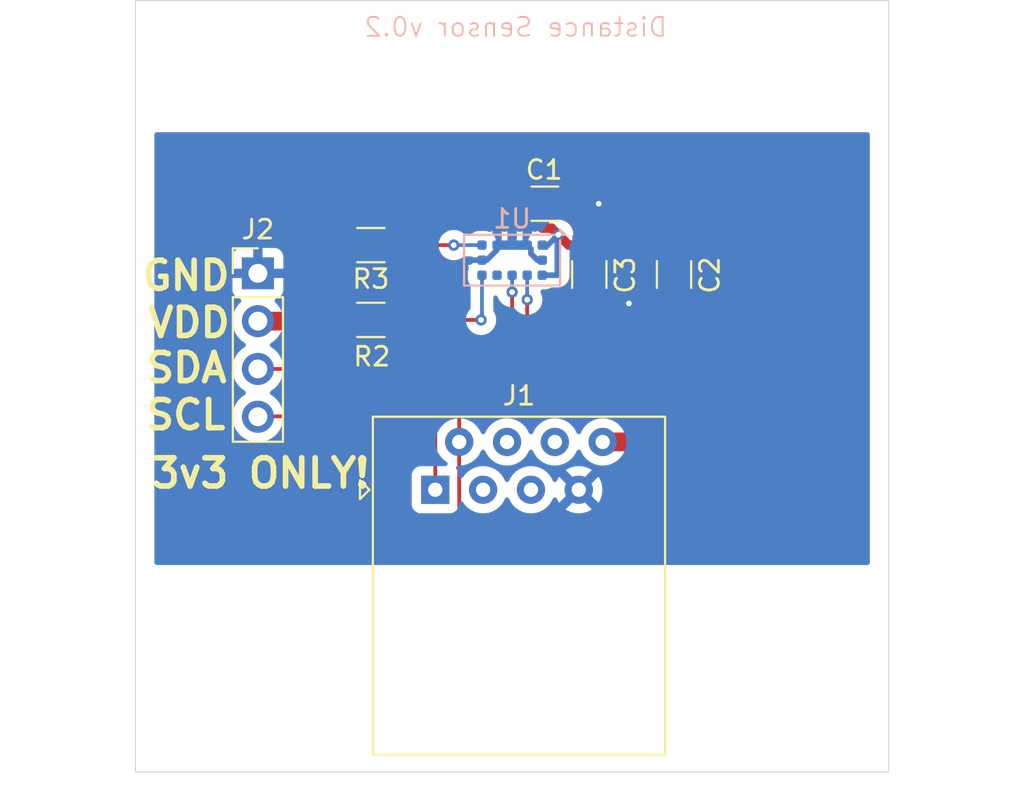
<source format=kicad_pcb>
(kicad_pcb (version 20241229) (generator "pcbnew") (generator_version "9.0")
  (layers (0 "F.Cu" signal) (2 "B.Cu" signal) (13 "F.Paste" user) (15 "B.Paste" user) (5 "F.SilkS" user "F.Silkscreen") (7 "B.SilkS" user "B.Silkscreen") (1 "F.Mask" user) (3 "B.Mask" user) (25 "Edge.Cuts" user))
  (net 0 "")
  (net 1 "GND")
  (net 2 "VDD")
  (net 3 "Net-(U1-GPIO1)")
  (net 4 "Net-(U1-XSHUT)")
  (net 6 "Net-SDA")
  (net 7 "Net-SCL")
  (footprint "Connector_RJ:RJ45_Amphenol_54602-x08_Horizontal" (layer "F.Cu") (at 115.92 135)
    (property "Reference" "J1" (at 4.445 -5 0) (layer "F.SilkS"))
    (property "Value" "RJ45")
    (fp_line (start -4 -0.5) (end -4 0.5) (stroke (width 0.12)) (layer "F.SilkS"))
    (fp_line (start -4 0.5) (end -3.5 0) (stroke (width 0.12)) (layer "F.SilkS"))
    (fp_line (start -3.5 0) (end -4 -0.5) (stroke (width 0.12)) (layer "F.SilkS"))
    (fp_line (start -3.315 -3.88) (end -3.315 14.08) (stroke (width 0.12)) (layer "F.SilkS"))
    (fp_line (start -3.315 14.08) (end 12.205 14.08) (stroke (width 0.12)) (layer "F.SilkS"))
    (fp_line (start 12.205 -3.88) (end -3.315 -3.88) (stroke (width 0.12)) (layer "F.SilkS"))
    (fp_line (start 12.205 -3.88) (end 12.205 14.08) (stroke (width 0.12)) (layer "F.SilkS"))
    (pad "" np_thru_hole circle (at -1.27 6.35) (size 3.2 3.2) (drill 3.2) (layers "*.Cu" "*.Mask"))
    (pad "" np_thru_hole circle (at 10.16 6.35) (size 3.2 3.2) (drill 3.2) (layers "*.Cu" "*.Mask"))
    (pad "1" thru_hole rect (at 0 0) (size 1.5 1.5) (drill 0.76) (layers "*.Cu" "*.Mask") (net 7 "Net-SCL"))
    (pad "2" thru_hole circle (at 1.27 -2.54) (size 1.5 1.5) (drill 0.76) (layers "*.Cu" "*.Mask") (net 6 "Net-SDA"))
    (pad "3" thru_hole circle (at 2.54 0) (size 1.5 1.5) (drill 0.76) (layers "*.Cu" "*.Mask"))
    (pad "4" thru_hole circle (at 3.81 -2.54) (size 1.5 1.5) (drill 0.76) (layers "*.Cu" "*.Mask"))
    (pad "5" thru_hole circle (at 5.08 0) (size 1.5 1.5) (drill 0.76) (layers "*.Cu" "*.Mask"))
    (pad "6" thru_hole circle (at 6.35 -2.54) (size 1.5 1.5) (drill 0.76) (layers "*.Cu" "*.Mask"))
    (pad "7" thru_hole circle (at 7.62 0) (size 1.5 1.5) (drill 0.76) (layers "*.Cu" "*.Mask") (net 1 "GND"))
    (pad "8" thru_hole circle (at 8.89 -2.54) (size 1.5 1.5) (drill 0.76) (layers "*.Cu" "*.Mask") (net 2 "VDD"))
  )
  (footprint "Capacitor_SMD:C_1206_3216Metric_Pad1.33x1.80mm_HandSolder" (layer "F.Cu") (at 124.1 123.5625 -90)
    (property "Reference" "C3" (at 0.0375 -1.9 90) (layer "F.SilkS"))
    (property "Value" "100nF")
    (fp_line (start -0.711252 0.91) (end 0.711252 0.91) (stroke (width 0.12)) (layer "F.SilkS"))
    (fp_line (start -0.711252 -0.91) (end 0.711252 -0.91) (stroke (width 0.12)) (layer "F.SilkS"))
    (pad "1" smd roundrect (at -1.5625 0 270) (size 1.325 1.8) (layers "F.Cu" "F.Mask" "F.Paste") (roundrect_rratio 0.188679) (net 2 "VDD"))
    (pad "2" smd roundrect (at 1.5625 0 270) (size 1.325 1.8) (layers "F.Cu" "F.Mask" "F.Paste") (roundrect_rratio 0.188679) (net 1 "GND"))
  )
  (footprint "MountingHole:MountingHole_2.7mm_M2.5" (layer "F.Cu") (at 137 147)
    (property "Reference" "REF**" (hide yes))
    (property "Value" "MountingHole_2.7mm_M2.5")
    (pad "" np_thru_hole circle (at 0 0) (size 2.7 2.7) (drill 2.7) (layers "*.Cu" "*.Mask"))
  )
  (footprint "Resistor_SMD:R_1206_3216Metric_Pad1.30x1.75mm_HandSolder" (layer "F.Cu") (at 112.5 125.975)
    (property "Reference" "R2" (at 0.05 1.95 0) (layer "F.SilkS"))
    (property "Value" "10k")
    (fp_line (start -0.727064 -0.91) (end 0.727064 -0.91) (stroke (width 0.12)) (layer "F.SilkS"))
    (fp_line (start -0.727064 0.91) (end 0.727064 0.91) (stroke (width 0.12)) (layer "F.SilkS"))
    (pad "1" smd roundrect (at -1.55 0) (size 1.3 1.75) (layers "F.Cu" "F.Mask" "F.Paste") (roundrect_rratio 0.192308) (net 2 "VDD"))
    (pad "2" smd roundrect (at 1.55 0) (size 1.3 1.75) (layers "F.Cu" "F.Mask" "F.Paste") (roundrect_rratio 0.192308) (net 3 "Net-(U1-GPIO1)"))
  )
  (footprint "Resistor_SMD:R_1206_3216Metric_Pad1.30x1.75mm_HandSolder" (layer "F.Cu") (at 112.5 122)
    (property "Reference" "R3" (at 0 1.8 0) (layer "F.SilkS"))
    (property "Value" "10k")
    (fp_line (start -0.727064 -0.91) (end 0.727064 -0.91) (stroke (width 0.12)) (layer "F.SilkS"))
    (fp_line (start -0.727064 0.91) (end 0.727064 0.91) (stroke (width 0.12)) (layer "F.SilkS"))
    (pad "1" smd roundrect (at -1.55 0) (size 1.3 1.75) (layers "F.Cu" "F.Mask" "F.Paste") (roundrect_rratio 0.192308) (net 2 "VDD"))
    (pad "2" smd roundrect (at 1.55 0) (size 1.3 1.75) (layers "F.Cu" "F.Mask" "F.Paste") (roundrect_rratio 0.192308) (net 4 "Net-(U1-XSHUT)"))
  )
  (footprint "MountingHole:MountingHole_2.7mm_M2.5" (layer "F.Cu") (at 103 147)
    (property "Reference" "REF**" (hide yes))
    (property "Value" "MountingHole_2.7mm_M2.5")
    (pad "" np_thru_hole circle (at 0 0) (size 2.7 2.7) (drill 2.7) (layers "*.Cu" "*.Mask"))
  )
  (footprint "Capacitor_SMD:C_1206_3216Metric_Pad1.33x1.80mm_HandSolder" (layer "F.Cu") (at 121.7375 119.8)
    (property "Reference" "C1" (at -0.0375 -1.8 0) (layer "F.SilkS"))
    (property "Value" "4.7uF")
    (fp_line (start -0.711252 -0.91) (end 0.711252 -0.91) (stroke (width 0.12)) (layer "F.SilkS"))
    (fp_line (start -0.711252 0.91) (end 0.711252 0.91) (stroke (width 0.12)) (layer "F.SilkS"))
    (pad "1" smd roundrect (at -1.5625 0) (size 1.325 1.8) (layers "F.Cu" "F.Mask" "F.Paste") (roundrect_rratio 0.188679) (net 2 "VDD"))
    (pad "2" smd roundrect (at 1.5625 0) (size 1.325 1.8) (layers "F.Cu" "F.Mask" "F.Paste") (roundrect_rratio 0.188679) (net 1 "GND"))
  )
  (footprint "Capacitor_SMD:C_1206_3216Metric_Pad1.33x1.80mm_HandSolder" (layer "F.Cu") (at 128.6 123.5625 -90)
    (property "Reference" "C2" (at 0.0375 -1.9 90) (layer "F.SilkS"))
    (property "Value" "100nF")
    (fp_line (start -0.711252 0.91) (end 0.711252 0.91) (stroke (width 0.12)) (layer "F.SilkS"))
    (fp_line (start -0.711252 -0.91) (end 0.711252 -0.91) (stroke (width 0.12)) (layer "F.SilkS"))
    (pad "1" smd roundrect (at -1.5625 0 270) (size 1.325 1.8) (layers "F.Cu" "F.Mask" "F.Paste") (roundrect_rratio 0.188679) (net 2 "VDD"))
    (pad "2" smd roundrect (at 1.5625 0 270) (size 1.325 1.8) (layers "F.Cu" "F.Mask" "F.Paste") (roundrect_rratio 0.188679) (net 1 "GND"))
  )
  (footprint "MountingHole:MountingHole_2.7mm_M2.5" (layer "F.Cu") (at 103 112.5)
    (property "Reference" "REF**" (hide yes))
    (property "Value" "MountingHole_2.7mm_M2.5" (hide yes))
    (pad "" np_thru_hole circle (at 0 0) (size 2.7 2.7) (drill 2.7) (layers "*.Cu" "*.Mask"))
  )
  (footprint "MountingHole:MountingHole_2.7mm_M2.5" (layer "F.Cu") (at 137 112.5)
    (property "Reference" "REF" (hide yes))
    (property "Value" "MountingHole_2.7mm_M2.5" (hide yes))
    (pad "" np_thru_hole circle (at 0 0) (size 2.7 2.7) (drill 2.7) (layers "*.Cu" "*.Mask"))
  )
  (footprint "Connector_PinHeader_2.54mm:PinHeader_1x04_P2.54mm_Vertical" (layer "F.Cu") (at 106.5 123.5)
    (property "Reference" "J2" (at 0 -2.33 0) (layer "F.SilkS"))
    (property "Value" "Conn_01x04_Pin")
    (fp_line (start -1.33 -1.33) (end 0 -1.33) (stroke (width 0.12)) (layer "F.SilkS"))
    (fp_line (start -1.33 0) (end -1.33 -1.33) (stroke (width 0.12)) (layer "F.SilkS"))
    (fp_line (start -1.33 1.27) (end -1.33 8.95) (stroke (width 0.12)) (layer "F.SilkS"))
    (fp_line (start -1.33 1.27) (end 1.33 1.27) (stroke (width 0.12)) (layer "F.SilkS"))
    (fp_line (start -1.33 8.95) (end 1.33 8.95) (stroke (width 0.12)) (layer "F.SilkS"))
    (fp_line (start 1.33 1.27) (end 1.33 8.95) (stroke (width 0.12)) (layer "F.SilkS"))
    (pad "1" thru_hole rect (at 0 0) (size 1.7 1.7) (drill 1) (layers "*.Cu" "*.Mask") (net 1 "GND"))
    (pad "2" thru_hole oval (at 0 2.54) (size 1.7 1.7) (drill 1) (layers "*.Cu" "*.Mask") (net 2 "VDD"))
    (pad "3" thru_hole oval (at 0 5.08) (size 1.7 1.7) (drill 1) (layers "*.Cu" "*.Mask") (net 7 "Net-SCL"))
    (pad "4" thru_hole oval (at 0 7.62) (size 1.7 1.7) (drill 1) (layers "*.Cu" "*.Mask") (net 6 "Net-SDA"))
  )
  (footprint "Sensor_Distance:ST_VL53L1x" (layer "B.Cu") (at 120 122.8 180)
    (property "Reference" "U1" (at 0 2.2 180) (layer "B.SilkS") (effects (justify mirror)))
    (property "Value" "VL53L0CXV0DH1")
    (fp_line (start 2.55 1.35) (end 2.55 -1.35) (stroke (width 0.12)) (layer "B.SilkS"))
    (fp_line (start 2.55 -1.35) (end -2.55 -1.35) (stroke (width 0.12)) (layer "B.SilkS"))
    (fp_line (start -2.25 1.35) (end 2.55 1.35) (stroke (width 0.12)) (layer "B.SilkS"))
    (fp_line (start -2.55 -1.35) (end -2.55 1.05) (stroke (width 0.12)) (layer "B.SilkS"))
    (fp_poly (pts (xy -2.55 1.35) (xy -2.83 1.35) (xy -2.55 1.63) (xy -2.55 1.35)) (stroke (width 0.12)) (fill yes) (layer "B.SilkS"))
    (pad "1" smd roundrect (at -1.74 0.675 180) (size 0.38 0.25) (layers "B.Cu" "B.Mask" "B.Paste") (net 2 "VDD"))
    (pad "1" smd roundrect (at -1.6 0.8 180) (size 0.5 0.5) (layers "B.Cu" "B.Mask" "B.Paste") (net 2 "VDD"))
    (pad "2" smd roundrect (at -0.8 0.8 180) (size 0.5 0.5) (layers "B.Cu" "B.Mask" "B.Paste") (net 1 "GND"))
    (pad "3" smd roundrect (at 0 0.8 180) (size 0.5 0.5) (layers "B.Cu" "B.Mask" "B.Paste") (net 1 "GND"))
    (pad "4" smd roundrect (at 0.8 0.8 180) (size 0.5 0.5) (layers "B.Cu" "B.Mask" "B.Paste") (net 1 "GND"))
    (pad "5" smd roundrect (at 1.6 0.8 180) (size 0.5 0.5) (layers "B.Cu" "B.Mask" "B.Paste") (net 4 "Net-(U1-XSHUT)"))
    (pad "6" smd roundrect (at 1.6 0 180) (size 0.5 0.5) (layers "B.Cu" "B.Mask" "B.Paste") (net 1 "GND"))
    (pad "7" smd roundrect (at 1.6 -0.8 180) (size 0.5 0.5) (layers "B.Cu" "B.Mask" "B.Paste") (net 3 "Net-(U1-GPIO1)"))
    (pad "8" smd roundrect (at 0.8 -0.8 180) (size 0.5 0.5) (layers "B.Cu" "B.Mask" "B.Paste"))
    (pad "9" smd roundrect (at 0 -0.8 180) (size 0.5 0.5) (layers "B.Cu" "B.Mask" "B.Paste") (net 7 "Net-SCL"))
    (pad "10" smd roundrect (at -0.8 -0.8 180) (size 0.5 0.5) (layers "B.Cu" "B.Mask" "B.Paste") (net 6 "Net-SDA"))
    (pad "11" smd roundrect (at -1.6 -0.8 180) (size 0.5 0.5) (layers "B.Cu" "B.Mask" "B.Paste") (net 2 "VDD"))
    (pad "12" smd roundrect (at -1.6 0 180) (size 0.5 0.5) (layers "B.Cu" "B.Mask" "B.Paste") (net 1 "GND"))
  )
  (gr_rect (start 100 109) (end 140 150) (stroke (width 0.05)) (fill no) (layer "Edge.Cuts"))
  (gr_text "SDA" (at 100.4 129.4 0) (layer "F.SilkS") (effects (font (size 1.5 1.5) (thickness 0.3) (bold yes)) (justify left bottom)))
  (gr_text "SCL" (at 100.4 131.9 0) (layer "F.SilkS") (effects (font (size 1.5 1.5) (thickness 0.3) (bold yes)) (justify left bottom)))
  (gr_text "3v3 ONLY!" (at 100.7 135 0) (layer "F.SilkS") (effects (font (size 1.5 1.5) (thickness 0.3) (bold yes)) (justify left bottom)))
  (gr_text "VDD" (at 100.5 127 0) (layer "F.SilkS") (effects (font (size 1.5 1.5) (thickness 0.3) (bold yes)) (justify left bottom)))
  (gr_text "GND" (at 100.2 124.5 0) (layer "F.SilkS") (effects (font (size 1.5 1.5) (thickness 0.3) (bold yes)) (justify left bottom)))
  (gr_text "Distance Sensor v0.2" (at 128.3 111 0) (layer "B.SilkS") (effects (font (size 1 1) (thickness 0.1)) (justify left bottom mirror)))
  (segment (start 126.175 125.125) (end 126.2 125.1) (width 0.5) (layer "F.Cu") (net 1))
  (segment (start 126.225 125.125) (end 126.2 125.1) (width 0.5) (layer "F.Cu") (net 1))
  (segment (start 123.3 119.8) (end 124.6 119.8) (width 0.5) (layer "F.Cu") (net 1))
  (segment (start 124.1 125.125) (end 126.175 125.125) (width 0.5) (layer "F.Cu") (net 1))
  (segment (start 128.6 125.125) (end 126.225 125.125) (width 0.5) (layer "F.Cu") (net 1))
  (via (at 124.6 119.8) (size 0.6) (drill 0.3) (layers "F.Cu" "B.Cu") (net 1))
  (via (at 126.2 125.1) (size 0.6) (drill 0.3) (layers "F.Cu" "B.Cu") (net 1))
  (segment (start 121 122.449999) (end 121.350001 122.8) (width 0.3) (layer "B.Cu") (net 1))
  (segment (start 119.2 122) (end 119.2 122.249999) (width 0.3) (layer "B.Cu") (net 1))
  (segment (start 120.8 122) (end 121 122.2) (width 0.3) (layer "B.Cu") (net 1))
  (segment (start 118.649999 122.8) (end 118.4 122.8) (width 0.3) (layer "B.Cu") (net 1))
  (segment (start 119.2 122) (end 120 122) (width 0.3) (layer "B.Cu") (net 1))
  (segment (start 117.725 122.8) (end 117.7 122.825) (width 0.3) (layer "B.Cu") (net 1))
  (segment (start 118.4 122.8) (end 117.725 122.8) (width 0.3) (layer "B.Cu") (net 1))
  (segment (start 121.350001 122.8) (end 121.6 122.8) (width 0.3) (layer "B.Cu") (net 1))
  (segment (start 121 122.2) (end 121 122.449999) (width 0.3) (layer "B.Cu") (net 1))
  (segment (start 120 122) (end 120.8 122) (width 0.3) (layer "B.Cu") (net 1))
  (segment (start 119.2 122.249999) (end 118.649999 122.8) (width 0.3) (layer "B.Cu") (net 1))
  (segment (start 111 119.8) (end 120.175 119.8) (width 1) (layer "F.Cu") (net 2))
  (segment (start 120.175 119.8) (end 120.175 116.925) (width 1) (layer "F.Cu") (net 2))
  (segment (start 106.5 126.04) (end 110.885 126.04) (width 1) (layer "F.Cu") (net 2))
  (segment (start 121.6 121.1) (end 122.1 121.1) (width 0.5) (layer "F.Cu") (net 2))
  (segment (start 110.95 119.85) (end 111 119.8) (width 1) (layer "F.Cu") (net 2))
  (segment (start 124.81 132.46) (end 131.44 132.46) (width 1) (layer "F.Cu") (net 2))
  (segment (start 122.1 121.1) (end 122.45 121.45) (width 0.5) (layer "F.Cu") (net 2))
  (segment (start 124.81 132.46) (end 124.99 132.64) (width 1) (layer "F.Cu") (net 2))
  (segment (start 110.95 122) (end 110.95 125.975) (width 1) (layer "F.Cu") (net 2))
  (segment (start 121.6 119.8) (end 121.6 121.1) (width 0.5) (layer "F.Cu") (net 2))
  (segment (start 131.6 116.8) (end 131.6 122) (width 1) (layer "F.Cu") (net 2))
  (segment (start 131.6 132.3) (end 131.6 122) (width 1) (layer "F.Cu") (net 2))
  (segment (start 120.175 116.925) (end 120.3 116.8) (width 1) (layer "F.Cu") (net 2))
  (segment (start 124.1 122) (end 125.2 122) (width 1) (layer "F.Cu") (net 2))
  (segment (start 110.885 126.04) (end 110.95 125.975) (width 1) (layer "F.Cu") (net 2))
  (segment (start 131.44 132.46) (end 131.6 132.3) (width 1) (layer "F.Cu") (net 2))
  (segment (start 120.175 119.8) (end 121.6 119.8) (width 0.5) (layer "F.Cu") (net 2))
  (segment (start 125.2 122) (end 128.6 122) (width 1) (layer "F.Cu") (net 2))
  (segment (start 110.95 122) (end 110.95 119.85) (width 1) (layer "F.Cu") (net 2))
  (segment (start 131.6 122) (end 128.6 122) (width 1) (layer "F.Cu") (net 2))
  (segment (start 122.45 121.45) (end 123 122) (width 0.5) (layer "F.Cu") (net 2))
  (segment (start 123 122) (end 124.1 122) (width 0.5) (layer "F.Cu") (net 2))
  (segment (start 120.3 116.8) (end 131.6 116.8) (width 1) (layer "F.Cu") (net 2))
  (via (at 122.45 121.45) (size 0.6) (drill 0.3) (layers "F.Cu" "B.Cu") (net 2))
  (segment (start 121.9 122) (end 122.45 121.45) (width 0.3) (layer "B.Cu") (net 2))
  (segment (start 122.4 123.6) (end 122.4 121.5) (width 0.3) (layer "B.Cu") (net 2))
  (segment (start 122.4 121.5) (end 122.45 121.45) (width 0.3) (layer "B.Cu") (net 2))
  (segment (start 121.6 122) (end 121.9 122) (width 0.3) (layer "B.Cu") (net 2))
  (segment (start 121.6 123.6) (end 122.4 123.6) (width 0.3) (layer "B.Cu") (net 2))
  (segment (start 118.35 125.975) (end 114.05 125.975) (width 0.2) (layer "F.Cu") (net 3))
  (via (at 118.35 125.975) (size 0.6) (drill 0.3) (layers "F.Cu" "B.Cu") (net 3))
  (segment (start 118.4 125.925) (end 118.35 125.975) (width 0.2) (layer "B.Cu") (net 3))
  (segment (start 118.4 123.6) (end 118.4 125.925) (width 0.2) (layer "B.Cu") (net 3))
  (segment (start 116.9 122) (end 114.05 122) (width 0.2) (layer "F.Cu") (net 4))
  (via (at 116.9 122) (size 0.6) (drill 0.3) (layers "F.Cu" "B.Cu") (net 4))
  (segment (start 118.4 122) (end 116.9 122) (width 0.2) (layer "B.Cu") (net 4))
  (segment (start 117.19 129.61) (end 117.19 132.46) (width 0.2) (layer "F.Cu") (net 6))
  (segment (start 111.4 137.3) (end 111.4 131.1) (width 0.2) (layer "F.Cu") (net 6))
  (segment (start 111.4 131.1) (end 106.5 131.1) (width 0.2) (layer "F.Cu") (net 6))
  (segment (start 120.8 126) (end 117.19 129.61) (width 0.2) (layer "F.Cu") (net 6))
  (segment (start 117.19 137.21) (end 117.1 137.3) (width 0.2) (layer "F.Cu") (net 6))
  (segment (start 117.19 132.46) (end 117.19 137.21) (width 0.2) (layer "F.Cu") (net 6))
  (segment (start 106.5 131.1) (end 106.5 131.12) (width 0.2) (layer "F.Cu") (net 6))
  (segment (start 120.8 124.9) (end 120.8 126) (width 0.2) (layer "F.Cu") (net 6))
  (segment (start 117.1 137.3) (end 111.4 137.3) (width 0.2) (layer "F.Cu") (net 6))
  (via (at 120.8 124.9) (size 0.6) (drill 0.3) (layers "F.Cu" "B.Cu") (net 6))
  (segment (start 120.8 123.6) (end 120.8 124.9) (width 0.2) (layer "B.Cu") (net 6))
  (segment (start 115.9 130.1) (end 120 126) (width 0.2) (layer "F.Cu") (net 7))
  (segment (start 115.92 130.12) (end 115.9 130.1) (width 0.2) (layer "F.Cu") (net 7))
  (segment (start 115.92 135) (end 115.92 130.6) (width 0.2) (layer "F.Cu") (net 7))
  (segment (start 120 126) (end 120 124.5) (width 0.2) (layer "F.Cu") (net 7))
  (segment (start 114.38 128.58) (end 115.9 130.1) (width 0.2) (layer "F.Cu") (net 7))
  (segment (start 106.5 128.58) (end 114.38 128.58) (width 0.2) (layer "F.Cu") (net 7))
  (segment (start 115.92 130.6) (end 115.92 130.12) (width 0.2) (layer "F.Cu") (net 7))
  (via (at 120 124.5) (size 0.6) (drill 0.3) (layers "F.Cu" "B.Cu") (net 7))
  (segment (start 120 124.5) (end 120 123.6) (width 0.2) (layer "B.Cu") (net 7))
  (zone (net 1) (net_name "GND") (layer "B.Cu") (connect_pads (clearance 0.5)) (min_thickness 0.25) (fill yes (thermal_gap 0.5) (thermal_bridge_width 0.5))
    (polygon (pts (xy 101 116) (xy 139 116) (xy 139 139) (xy 134 139) (xy 133 139) (xy 108 139) (xy 104 139) (xy 101 139)))
  )
)
</source>
